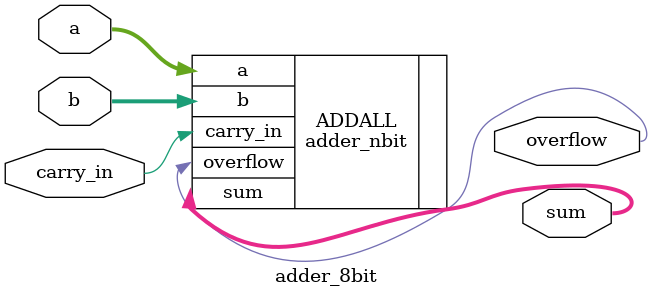
<source format=sv>

module adder_8bit
(
	input wire [7:0] a,
	input wire [7:0] b,
	input wire carry_in,
	output wire [7:0] sum,
	output wire overflow
);

	// STUDENT: Fill in the correct port map with parameter override syntax for using your n-bit ripple carry adder design to be an 8-bit ripple carry adder design
adder_nbit#(.BIT_WIDTH(8)) ADDALL (.a(a[7:0]), .b(b[7:0]), .carry_in(carry_in), .sum(sum[7:0]), .overflow(overflow));
endmodule

</source>
